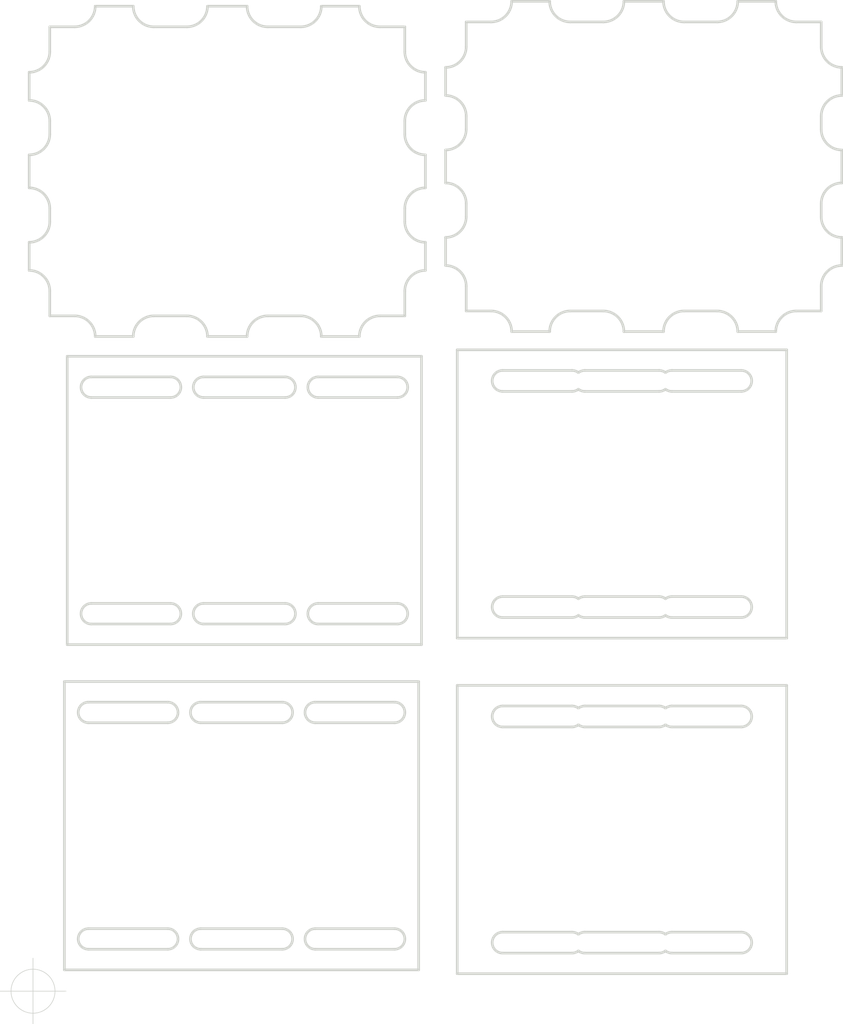
<source format=kicad_pcb>
(kicad_pcb (version 20171130) (host pcbnew "(5.1.2)-1")

  (general
    (thickness 1.6)
    (drawings 233)
    (tracks 0)
    (zones 0)
    (modules 0)
    (nets 1)
  )

  (page A4)
  (layers
    (0 F.Cu signal)
    (31 B.Cu signal)
    (32 B.Adhes user)
    (33 F.Adhes user)
    (34 B.Paste user)
    (35 F.Paste user)
    (36 B.SilkS user)
    (37 F.SilkS user)
    (38 B.Mask user)
    (39 F.Mask user)
    (40 Dwgs.User user)
    (41 Cmts.User user)
    (42 Eco1.User user)
    (43 Eco2.User user)
    (44 Edge.Cuts user)
    (45 Margin user)
    (46 B.CrtYd user)
    (47 F.CrtYd user)
    (48 B.Fab user)
    (49 F.Fab user)
  )

  (setup
    (last_trace_width 0.25)
    (trace_clearance 0.2)
    (zone_clearance 0.508)
    (zone_45_only no)
    (trace_min 0.2)
    (via_size 0.8)
    (via_drill 0.4)
    (via_min_size 0.4)
    (via_min_drill 0.3)
    (uvia_size 0.3)
    (uvia_drill 0.1)
    (uvias_allowed no)
    (uvia_min_size 0.2)
    (uvia_min_drill 0.1)
    (edge_width 0.05)
    (segment_width 0.2)
    (pcb_text_width 0.3)
    (pcb_text_size 1.5 1.5)
    (mod_edge_width 0.12)
    (mod_text_size 1 1)
    (mod_text_width 0.15)
    (pad_size 1.524 1.524)
    (pad_drill 0.762)
    (pad_to_mask_clearance 0.051)
    (solder_mask_min_width 0.25)
    (aux_axis_origin 0 0)
    (visible_elements 7FFFFFFF)
    (pcbplotparams
      (layerselection 0x01000_7ffffffe)
      (usegerberextensions false)
      (usegerberattributes false)
      (usegerberadvancedattributes false)
      (creategerberjobfile false)
      (excludeedgelayer true)
      (linewidth 0.100000)
      (plotframeref false)
      (viasonmask false)
      (mode 1)
      (useauxorigin false)
      (hpglpennumber 1)
      (hpglpenspeed 20)
      (hpglpendiameter 15.000000)
      (psnegative false)
      (psa4output false)
      (plotreference true)
      (plotvalue true)
      (plotinvisibletext false)
      (padsonsilk false)
      (subtractmaskfromsilk false)
      (outputformat 1)
      (mirror false)
      (drillshape 0)
      (scaleselection 1)
      (outputdirectory ""))
  )

  (net 0 "")

  (net_class Default "This is the default net class."
    (clearance 0.2)
    (trace_width 0.25)
    (via_dia 0.8)
    (via_drill 0.4)
    (uvia_dia 0.3)
    (uvia_drill 0.1)
  )

  (gr_line (start 50.58 124.26) (end 50.58 125.26) (layer Edge.Cuts) (width 0.2))
  (gr_arc (start 79.02 131.88) (end 77.46 131.88) (angle -90) (layer Edge.Cuts) (width 0.2))
  (gr_line (start 74.02 140.57) (end 71.14 140.57) (layer Edge.Cuts) (width 0.2))
  (gr_arc (start 58.46 140.57) (end 58.46 139.01) (angle -90) (layer Edge.Cuts) (width 0.2))
  (gr_arc (start 49.02 131.88) (end 49.02 133.44) (angle -90) (layer Edge.Cuts) (width 0.2))
  (gr_line (start 50.58 137.13) (end 50.58 139.01) (layer Edge.Cuts) (width 0.2))
  (gr_line (start 49.02 133.44) (end 49.02 135.57) (layer Edge.Cuts) (width 0.2))
  (gr_line (start 52.46 117.13) (end 50.58 117.13) (layer Edge.Cuts) (width 0.2))
  (gr_line (start 69.58 139.01) (end 67.08 139.01) (layer Edge.Cuts) (width 0.2))
  (gr_line (start 52.46 139.01) (end 50.58 139.01) (layer Edge.Cuts) (width 0.2))
  (gr_arc (start 49.02 125.26) (end 49.02 126.82) (angle -90) (layer Edge.Cuts) (width 0.2))
  (gr_line (start 65.52 140.57) (end 62.52 140.57) (layer Edge.Cuts) (width 0.2))
  (gr_arc (start 79.02 130.88) (end 79.02 129.32) (angle -90) (layer Edge.Cuts) (width 0.2))
  (gr_arc (start 75.58 140.57) (end 75.58 139.01) (angle -90) (layer Edge.Cuts) (width 0.2))
  (gr_line (start 75.58 139.01) (end 77.46 139.01) (layer Edge.Cuts) (width 0.2))
  (gr_arc (start 60.96 140.57) (end 62.52 140.57) (angle -90) (layer Edge.Cuts) (width 0.2))
  (gr_arc (start 67.08 115.57) (end 65.52 115.57) (angle -90) (layer Edge.Cuts) (width 0.2))
  (gr_line (start 69.58 117.13) (end 67.08 117.13) (layer Edge.Cuts) (width 0.2))
  (gr_arc (start 49.02 130.88) (end 50.58 130.88) (angle -90) (layer Edge.Cuts) (width 0.2))
  (gr_arc (start 69.58 115.57) (end 69.58 117.13) (angle -90) (layer Edge.Cuts) (width 0.2))
  (gr_line (start 79.02 133.44) (end 79.02 135.57) (layer Edge.Cuts) (width 0.2))
  (gr_arc (start 67.08 140.57) (end 67.08 139.01) (angle -90) (layer Edge.Cuts) (width 0.2))
  (gr_line (start 74.02 115.57) (end 71.14 115.57) (layer Edge.Cuts) (width 0.2))
  (gr_arc (start 69.58 140.57) (end 71.14 140.57) (angle -90) (layer Edge.Cuts) (width 0.2))
  (gr_arc (start 75.58 115.57) (end 74.02 115.57) (angle -90) (layer Edge.Cuts) (width 0.2))
  (gr_line (start 49.02 126.82) (end 49.02 129.32) (layer Edge.Cuts) (width 0.2))
  (gr_line (start 75.58 117.13) (end 77.46 117.13) (layer Edge.Cuts) (width 0.2))
  (gr_arc (start 79.02 137.13) (end 79.02 135.57) (angle -90) (layer Edge.Cuts) (width 0.2))
  (gr_line (start 77.46 119.01) (end 77.46 117.13) (layer Edge.Cuts) (width 0.2))
  (gr_arc (start 79.02 119.01) (end 77.46 119.01) (angle -90) (layer Edge.Cuts) (width 0.2))
  (gr_line (start 79.02 120.57) (end 79.02 122.7) (layer Edge.Cuts) (width 0.2))
  (gr_line (start 77.46 124.26) (end 77.46 125.26) (layer Edge.Cuts) (width 0.2))
  (gr_arc (start 79.02 124.26) (end 79.02 122.7) (angle -90) (layer Edge.Cuts) (width 0.2))
  (gr_arc (start 52.46 140.57) (end 54.02 140.57) (angle -90) (layer Edge.Cuts) (width 0.2))
  (gr_arc (start 79.02 125.26) (end 77.46 125.26) (angle -90) (layer Edge.Cuts) (width 0.2))
  (gr_line (start 79.02 126.82) (end 79.02 129.32) (layer Edge.Cuts) (width 0.2))
  (gr_line (start 77.46 131.88) (end 77.46 130.88) (layer Edge.Cuts) (width 0.2))
  (gr_line (start 58.46 139.01) (end 60.96 139.01) (layer Edge.Cuts) (width 0.2))
  (gr_arc (start 49.02 124.26) (end 50.58 124.26) (angle -90) (layer Edge.Cuts) (width 0.2))
  (gr_arc (start 49.02 137.13) (end 50.58 137.13) (angle -90) (layer Edge.Cuts) (width 0.2))
  (gr_line (start 50.58 131.88) (end 50.58 130.88) (layer Edge.Cuts) (width 0.2))
  (gr_line (start 56.9 140.57) (end 54.02 140.57) (layer Edge.Cuts) (width 0.2))
  (gr_arc (start 49.02 119.01) (end 49.02 120.57) (angle -90) (layer Edge.Cuts) (width 0.2))
  (gr_line (start 49.02 120.57) (end 49.02 122.7) (layer Edge.Cuts) (width 0.2))
  (gr_line (start 77.46 137.13) (end 77.46 139.01) (layer Edge.Cuts) (width 0.2))
  (gr_line (start 50.58 119.01) (end 50.58 117.13) (layer Edge.Cuts) (width 0.2))
  (gr_line (start 58.46 117.13) (end 60.96 117.13) (layer Edge.Cuts) (width 0.2))
  (gr_arc (start 52.46 115.57) (end 52.46 117.13) (angle -90) (layer Edge.Cuts) (width 0.2))
  (gr_line (start 56.9 115.57) (end 54.02 115.57) (layer Edge.Cuts) (width 0.2))
  (gr_arc (start 58.46 115.57) (end 56.9 115.57) (angle -90) (layer Edge.Cuts) (width 0.2))
  (gr_line (start 65.52 115.57) (end 62.52 115.57) (layer Edge.Cuts) (width 0.2))
  (gr_arc (start 60.96 115.57) (end 60.96 117.13) (angle -90) (layer Edge.Cuts) (width 0.2))
  (gr_arc (start 38.05 115.94) (end 38.05 117.5) (angle -90) (layer Edge.Cuts) (width 0.2))
  (gr_arc (start 35.55 115.94) (end 33.99 115.94) (angle -90) (layer Edge.Cuts) (width 0.2))
  (gr_line (start 33.99 115.94) (end 30.99 115.94) (layer Edge.Cuts) (width 0.2))
  (gr_arc (start 29.43 115.94) (end 29.43 117.5) (angle -90) (layer Edge.Cuts) (width 0.2))
  (gr_line (start 42.49 115.94) (end 39.61 115.94) (layer Edge.Cuts) (width 0.2))
  (gr_line (start 38.05 117.5) (end 35.55 117.5) (layer Edge.Cuts) (width 0.2))
  (gr_arc (start 47.49 131.25) (end 47.49 129.69) (angle -90) (layer Edge.Cuts) (width 0.2))
  (gr_line (start 45.93 132.25) (end 45.93 131.25) (layer Edge.Cuts) (width 0.2))
  (gr_arc (start 47.49 124.63) (end 47.49 123.07) (angle -90) (layer Edge.Cuts) (width 0.2))
  (gr_line (start 33.99 140.94) (end 30.99 140.94) (layer Edge.Cuts) (width 0.2))
  (gr_line (start 44.05 117.5) (end 45.93 117.5) (layer Edge.Cuts) (width 0.2))
  (gr_line (start 47.49 120.94) (end 47.49 123.07) (layer Edge.Cuts) (width 0.2))
  (gr_line (start 47.49 127.19) (end 47.49 129.69) (layer Edge.Cuts) (width 0.2))
  (gr_line (start 44.05 139.38) (end 45.93 139.38) (layer Edge.Cuts) (width 0.2))
  (gr_line (start 47.49 133.81) (end 47.49 135.94) (layer Edge.Cuts) (width 0.2))
  (gr_line (start 45.93 137.5) (end 45.93 139.38) (layer Edge.Cuts) (width 0.2))
  (gr_line (start 45.93 119.38) (end 45.93 117.5) (layer Edge.Cuts) (width 0.2))
  (gr_arc (start 47.49 119.38) (end 45.93 119.38) (angle -90) (layer Edge.Cuts) (width 0.2))
  (gr_arc (start 47.49 132.25) (end 45.93 132.25) (angle -90) (layer Edge.Cuts) (width 0.2))
  (gr_line (start 45.93 124.63) (end 45.93 125.63) (layer Edge.Cuts) (width 0.2))
  (gr_arc (start 47.49 137.5) (end 47.49 135.94) (angle -90) (layer Edge.Cuts) (width 0.2))
  (gr_line (start 42.49 140.94) (end 39.61 140.94) (layer Edge.Cuts) (width 0.2))
  (gr_arc (start 44.05 140.94) (end 44.05 139.38) (angle -90) (layer Edge.Cuts) (width 0.2))
  (gr_arc (start 38.05 140.94) (end 39.61 140.94) (angle -90) (layer Edge.Cuts) (width 0.2))
  (gr_arc (start 35.55 140.94) (end 35.55 139.38) (angle -90) (layer Edge.Cuts) (width 0.2))
  (gr_arc (start 29.43 140.94) (end 30.99 140.94) (angle -90) (layer Edge.Cuts) (width 0.2))
  (gr_arc (start 47.49 125.63) (end 45.93 125.63) (angle -90) (layer Edge.Cuts) (width 0.2))
  (gr_line (start 38.05 139.38) (end 35.55 139.38) (layer Edge.Cuts) (width 0.2))
  (gr_arc (start 44.05 115.94) (end 42.49 115.94) (angle -90) (layer Edge.Cuts) (width 0.2))
  (gr_line (start 25.37 140.94) (end 22.49 140.94) (layer Edge.Cuts) (width 0.2))
  (gr_line (start 20.93 139.38) (end 19.05 139.38) (layer Edge.Cuts) (width 0.2))
  (gr_line (start 19.05 137.5) (end 19.05 139.38) (layer Edge.Cuts) (width 0.2))
  (gr_arc (start 17.49 131.25) (end 19.05 131.25) (angle -90) (layer Edge.Cuts) (width 0.2))
  (gr_line (start 17.49 133.81) (end 17.49 135.94) (layer Edge.Cuts) (width 0.2))
  (gr_line (start 20.93 117.5) (end 19.05 117.5) (layer Edge.Cuts) (width 0.2))
  (gr_arc (start 17.49 119.38) (end 17.49 120.94) (angle -90) (layer Edge.Cuts) (width 0.2))
  (gr_line (start 19.05 132.25) (end 19.05 131.25) (layer Edge.Cuts) (width 0.2))
  (gr_line (start 26.93 117.5) (end 29.43 117.5) (layer Edge.Cuts) (width 0.2))
  (gr_arc (start 26.93 115.94) (end 25.37 115.94) (angle -90) (layer Edge.Cuts) (width 0.2))
  (gr_line (start 17.49 127.19) (end 17.49 129.69) (layer Edge.Cuts) (width 0.2))
  (gr_line (start 25.37 115.94) (end 22.49 115.94) (layer Edge.Cuts) (width 0.2))
  (gr_arc (start 17.49 137.5) (end 19.05 137.5) (angle -90) (layer Edge.Cuts) (width 0.2))
  (gr_arc (start 20.93 115.94) (end 20.93 117.5) (angle -90) (layer Edge.Cuts) (width 0.2))
  (gr_line (start 17.49 120.94) (end 17.49 123.07) (layer Edge.Cuts) (width 0.2))
  (gr_line (start 26.93 139.38) (end 29.43 139.38) (layer Edge.Cuts) (width 0.2))
  (gr_line (start 19.05 124.63) (end 19.05 125.63) (layer Edge.Cuts) (width 0.2))
  (gr_arc (start 26.93 140.94) (end 26.93 139.38) (angle -90) (layer Edge.Cuts) (width 0.2))
  (gr_arc (start 17.49 125.63) (end 17.49 127.19) (angle -90) (layer Edge.Cuts) (width 0.2))
  (gr_arc (start 20.93 140.94) (end 22.49 140.94) (angle -90) (layer Edge.Cuts) (width 0.2))
  (gr_arc (start 17.49 132.25) (end 17.49 133.81) (angle -90) (layer Edge.Cuts) (width 0.2))
  (gr_arc (start 17.49 124.63) (end 19.05 124.63) (angle -90) (layer Edge.Cuts) (width 0.2))
  (gr_line (start 19.05 119.38) (end 19.05 117.5) (layer Edge.Cuts) (width 0.2))
  (gr_line (start 74.845 141.95) (end 49.9 141.95) (layer Edge.Cuts) (width 0.2) (tstamp 5CD779B6))
  (gr_arc (start 66.155 144.30375) (end 65.66875 144.931125) (angle -37.7776241) (layer Edge.Cuts) (width 0.2) (tstamp 5CD779B5))
  (gr_arc (start 58.59 161.42125) (end 59.07625 160.793875) (angle -37.7776241) (layer Edge.Cuts) (width 0.2) (tstamp 5CD779B4))
  (gr_line (start 71.405 162.214999) (end 66.155 162.214999) (layer Edge.Cuts) (width 0.2) (tstamp 5CD779B3))
  (gr_line (start 71.405 145.0975) (end 66.155 145.0975) (layer Edge.Cuts) (width 0.2) (tstamp 5CD779B2))
  (gr_arc (start 71.405 144.30375) (end 71.405 145.0975) (angle -180) (layer Edge.Cuts) (width 0.2) (tstamp 5CD779B1))
  (gr_arc (start 71.405 161.42125) (end 71.405 162.214999) (angle -180) (layer Edge.Cuts) (width 0.2) (tstamp 5CD779B0))
  (gr_arc (start 65.1825 161.42125) (end 65.1825 162.214999) (angle -37.7776241) (layer Edge.Cuts) (width 0.2) (tstamp 5CD779AF))
  (gr_line (start 74.845 163.774999) (end 49.9 163.774999) (layer Edge.Cuts) (width 0.2) (tstamp 5CD779AE))
  (gr_arc (start 58.59 161.42125) (end 58.59 162.214999) (angle -37.7776241) (layer Edge.Cuts) (width 0.2) (tstamp 5CD779AD))
  (gr_line (start 65.1825 162.214999) (end 59.5625 162.214999) (layer Edge.Cuts) (width 0.2) (tstamp 5CD779AC))
  (gr_line (start 53.34 160.6275) (end 58.59 160.6275) (layer Edge.Cuts) (width 0.2) (tstamp 5CD779AB))
  (gr_line (start 49.9 141.95) (end 49.9 163.774999) (layer Edge.Cuts) (width 0.2) (tstamp 5CD779AA))
  (gr_line (start 74.845 141.95) (end 74.845 163.774999) (layer Edge.Cuts) (width 0.2) (tstamp 5CD779A9))
  (gr_line (start 53.34 162.214999) (end 58.59 162.214999) (layer Edge.Cuts) (width 0.2) (tstamp 5CD779A8))
  (gr_arc (start 59.5625 161.42125) (end 59.5625 160.6275) (angle -37.7776241) (layer Edge.Cuts) (width 0.2) (tstamp 5CD779A7))
  (gr_arc (start 59.5625 161.42125) (end 59.07625 162.048625) (angle -37.7776241) (layer Edge.Cuts) (width 0.2) (tstamp 5CD779A6))
  (gr_line (start 71.405 160.6275) (end 66.155 160.6275) (layer Edge.Cuts) (width 0.2) (tstamp 5CD779A5))
  (gr_arc (start 53.34 161.42125) (end 53.34 160.6275) (angle -180) (layer Edge.Cuts) (width 0.2) (tstamp 5CD779A4))
  (gr_arc (start 59.5625 144.30375) (end 59.07625 144.931125) (angle -37.7776241) (layer Edge.Cuts) (width 0.2) (tstamp 5CD779A3))
  (gr_line (start 59.5625 145.0975) (end 65.1825 145.0975) (layer Edge.Cuts) (width 0.2) (tstamp 5CD779A2))
  (gr_arc (start 65.1825 144.30375) (end 65.1825 145.0975) (angle -37.7776241) (layer Edge.Cuts) (width 0.2) (tstamp 5CD779A1))
  (gr_arc (start 66.155 161.42125) (end 65.66875 162.048625) (angle -37.7776241) (layer Edge.Cuts) (width 0.2) (tstamp 5CD779A0))
  (gr_arc (start 66.155 161.42125) (end 66.155 160.6275) (angle -37.7776241) (layer Edge.Cuts) (width 0.2) (tstamp 5CD7799F))
  (gr_arc (start 65.1825 161.42125) (end 65.66875 160.793875) (angle -37.7776241) (layer Edge.Cuts) (width 0.2) (tstamp 5CD7799E))
  (gr_line (start 65.1825 160.6275) (end 59.5625 160.6275) (layer Edge.Cuts) (width 0.2) (tstamp 5CD7799D))
  (gr_arc (start 65.1825 144.30375) (end 65.66875 143.676375) (angle -37.7776241) (layer Edge.Cuts) (width 0.2) (tstamp 5CD7799C))
  (gr_arc (start 58.59 144.30375) (end 59.07625 143.676375) (angle -37.7776241) (layer Edge.Cuts) (width 0.2) (tstamp 5CD7799B))
  (gr_arc (start 58.59 144.30375) (end 58.59 145.0975) (angle -37.7776241) (layer Edge.Cuts) (width 0.2) (tstamp 5CD7799A))
  (gr_arc (start 53.34 144.30375) (end 53.34 143.51) (angle -180) (layer Edge.Cuts) (width 0.2) (tstamp 5CD77999))
  (gr_arc (start 59.5625 144.30375) (end 59.5625 143.51) (angle -37.7776241) (layer Edge.Cuts) (width 0.2) (tstamp 5CD77998))
  (gr_line (start 71.405 143.51) (end 66.155 143.51) (layer Edge.Cuts) (width 0.2) (tstamp 5CD77997))
  (gr_arc (start 66.155 144.30375) (end 66.155 143.51) (angle -37.7776241) (layer Edge.Cuts) (width 0.2) (tstamp 5CD77996))
  (gr_line (start 59.5625 143.51) (end 65.1825 143.51) (layer Edge.Cuts) (width 0.2) (tstamp 5CD77995))
  (gr_line (start 53.34 145.0975) (end 58.59 145.0975) (layer Edge.Cuts) (width 0.2) (tstamp 5CD77994))
  (gr_line (start 53.34 143.51) (end 58.59 143.51) (layer Edge.Cuts) (width 0.2) (tstamp 5CD77993))
  (gr_line (start 74.845 167.35) (end 49.9 167.35) (layer Edge.Cuts) (width 0.2))
  (gr_arc (start 66.155 169.70375) (end 65.66875 170.331125) (angle -37.7776241) (layer Edge.Cuts) (width 0.2))
  (gr_arc (start 58.59 186.82125) (end 59.07625 186.193875) (angle -37.7776241) (layer Edge.Cuts) (width 0.2))
  (gr_line (start 71.405 187.614999) (end 66.155 187.614999) (layer Edge.Cuts) (width 0.2))
  (gr_line (start 71.405 170.4975) (end 66.155 170.4975) (layer Edge.Cuts) (width 0.2))
  (gr_arc (start 71.405 169.70375) (end 71.405 170.4975) (angle -180) (layer Edge.Cuts) (width 0.2))
  (gr_arc (start 71.405 186.82125) (end 71.405 187.614999) (angle -180) (layer Edge.Cuts) (width 0.2))
  (gr_arc (start 65.1825 186.82125) (end 65.1825 187.614999) (angle -37.7776241) (layer Edge.Cuts) (width 0.2))
  (gr_line (start 74.845 189.174999) (end 49.9 189.174999) (layer Edge.Cuts) (width 0.2))
  (gr_arc (start 58.59 186.82125) (end 58.59 187.614999) (angle -37.7776241) (layer Edge.Cuts) (width 0.2))
  (gr_line (start 65.1825 187.614999) (end 59.5625 187.614999) (layer Edge.Cuts) (width 0.2))
  (gr_line (start 53.34 186.0275) (end 58.59 186.0275) (layer Edge.Cuts) (width 0.2))
  (gr_line (start 49.9 167.35) (end 49.9 189.174999) (layer Edge.Cuts) (width 0.2))
  (gr_line (start 74.845 167.35) (end 74.845 189.174999) (layer Edge.Cuts) (width 0.2))
  (gr_line (start 53.34 187.614999) (end 58.59 187.614999) (layer Edge.Cuts) (width 0.2))
  (gr_arc (start 59.5625 186.82125) (end 59.5625 186.0275) (angle -37.7776241) (layer Edge.Cuts) (width 0.2))
  (gr_arc (start 59.5625 186.82125) (end 59.07625 187.448625) (angle -37.7776241) (layer Edge.Cuts) (width 0.2))
  (gr_line (start 71.405 186.0275) (end 66.155 186.0275) (layer Edge.Cuts) (width 0.2))
  (gr_arc (start 53.34 186.82125) (end 53.34 186.0275) (angle -180) (layer Edge.Cuts) (width 0.2))
  (gr_arc (start 59.5625 169.70375) (end 59.07625 170.331125) (angle -37.7776241) (layer Edge.Cuts) (width 0.2))
  (gr_line (start 59.5625 170.4975) (end 65.1825 170.4975) (layer Edge.Cuts) (width 0.2))
  (gr_arc (start 65.1825 169.70375) (end 65.1825 170.4975) (angle -37.7776241) (layer Edge.Cuts) (width 0.2))
  (gr_arc (start 66.155 186.82125) (end 65.66875 187.448625) (angle -37.7776241) (layer Edge.Cuts) (width 0.2))
  (gr_arc (start 66.155 186.82125) (end 66.155 186.0275) (angle -37.7776241) (layer Edge.Cuts) (width 0.2))
  (gr_arc (start 65.1825 186.82125) (end 65.66875 186.193875) (angle -37.7776241) (layer Edge.Cuts) (width 0.2))
  (gr_line (start 65.1825 186.0275) (end 59.5625 186.0275) (layer Edge.Cuts) (width 0.2))
  (gr_arc (start 65.1825 169.70375) (end 65.66875 169.076375) (angle -37.7776241) (layer Edge.Cuts) (width 0.2))
  (gr_arc (start 58.59 169.70375) (end 59.07625 169.076375) (angle -37.7776241) (layer Edge.Cuts) (width 0.2))
  (gr_arc (start 58.59 169.70375) (end 58.59 170.4975) (angle -37.7776241) (layer Edge.Cuts) (width 0.2))
  (gr_arc (start 53.34 169.70375) (end 53.34 168.91) (angle -180) (layer Edge.Cuts) (width 0.2))
  (gr_arc (start 59.5625 169.70375) (end 59.5625 168.91) (angle -37.7776241) (layer Edge.Cuts) (width 0.2))
  (gr_line (start 71.405 168.91) (end 66.155 168.91) (layer Edge.Cuts) (width 0.2))
  (gr_arc (start 66.155 169.70375) (end 66.155 168.91) (angle -37.7776241) (layer Edge.Cuts) (width 0.2))
  (gr_line (start 59.5625 168.91) (end 65.1825 168.91) (layer Edge.Cuts) (width 0.2))
  (gr_line (start 53.34 170.4975) (end 58.59 170.4975) (layer Edge.Cuts) (width 0.2))
  (gr_line (start 53.34 168.91) (end 58.59 168.91) (layer Edge.Cuts) (width 0.2))
  (gr_line (start 30.695 162.704999) (end 36.87 162.704999) (layer Edge.Cuts) (width 0.2))
  (gr_line (start 22.195 161.144999) (end 28.195 161.144999) (layer Edge.Cuts) (width 0.2))
  (gr_arc (start 36.87 144.78) (end 36.87 145.56) (angle -180) (layer Edge.Cuts) (width 0.2))
  (gr_arc (start 45.37 161.924999) (end 45.37 162.704999) (angle -180) (layer Edge.Cuts) (width 0.2))
  (gr_line (start 39.37 161.144999) (end 45.37 161.144999) (layer Edge.Cuts) (width 0.2))
  (gr_line (start 30.695 161.144999) (end 36.87 161.144999) (layer Edge.Cuts) (width 0.2))
  (gr_arc (start 30.695 144.78) (end 30.695 144) (angle -180) (layer Edge.Cuts) (width 0.2))
  (gr_arc (start 22.195 161.924999) (end 22.195 161.144999) (angle -180) (layer Edge.Cuts) (width 0.2))
  (gr_arc (start 36.87 161.924999) (end 36.87 162.705) (angle -180) (layer Edge.Cuts) (width 0.2))
  (gr_line (start 39.37 162.704999) (end 45.37 162.704999) (layer Edge.Cuts) (width 0.2))
  (gr_line (start 30.695 145.56) (end 36.87 145.56) (layer Edge.Cuts) (width 0.2))
  (gr_arc (start 30.695 161.924999) (end 30.695 161.144999) (angle -180) (layer Edge.Cuts) (width 0.2))
  (gr_line (start 30.695 144) (end 36.87 144) (layer Edge.Cuts) (width 0.2))
  (gr_line (start 47.195 164.264999) (end 20.37 164.264999) (layer Edge.Cuts) (width 0.2))
  (gr_line (start 20.37 142.44) (end 20.37 164.264999) (layer Edge.Cuts) (width 0.2))
  (gr_line (start 47.195 142.439999) (end 47.195 164.264999) (layer Edge.Cuts) (width 0.2))
  (gr_line (start 47.195 142.439999) (end 20.37 142.44) (layer Edge.Cuts) (width 0.2))
  (gr_arc (start 28.195 161.924999) (end 28.195 162.704999) (angle -180) (layer Edge.Cuts) (width 0.2))
  (gr_line (start 28.195 162.704999) (end 22.195 162.704999) (layer Edge.Cuts) (width 0.2))
  (gr_arc (start 39.37 161.924999) (end 39.37 161.144999) (angle -180) (layer Edge.Cuts) (width 0.2))
  (gr_line (start 39.37 145.56) (end 45.37 145.56) (layer Edge.Cuts) (width 0.2))
  (gr_line (start 28.195 144) (end 22.195 144) (layer Edge.Cuts) (width 0.2))
  (gr_line (start 22.195 145.56) (end 28.195 145.56) (layer Edge.Cuts) (width 0.2))
  (gr_arc (start 45.37 144.78) (end 45.37 145.56) (angle -180) (layer Edge.Cuts) (width 0.2))
  (gr_arc (start 28.195 144.78) (end 28.195 145.56) (angle -180) (layer Edge.Cuts) (width 0.2))
  (gr_line (start 39.37 144) (end 45.37 144) (layer Edge.Cuts) (width 0.2))
  (gr_arc (start 22.195 144.78) (end 22.195 144) (angle -180) (layer Edge.Cuts) (width 0.2))
  (gr_arc (start 39.37 144.78) (end 39.37 144) (angle -180) (layer Edge.Cuts) (width 0.2))
  (target plus (at 17.78 190.5) (size 5) (width 0.05) (layer Edge.Cuts))
  (gr_line (start 20.155 167.06) (end 20.155 188.884999) (layer Edge.Cuts) (width 0.2))
  (gr_arc (start 45.155 186.544999) (end 45.155 187.324999) (angle -180) (layer Edge.Cuts) (width 0.2))
  (gr_line (start 21.98 185.764999) (end 27.98 185.764999) (layer Edge.Cuts) (width 0.2))
  (gr_line (start 46.98 167.059999) (end 20.155 167.06) (layer Edge.Cuts) (width 0.2))
  (gr_line (start 39.155 185.764999) (end 45.155 185.764999) (layer Edge.Cuts) (width 0.2))
  (gr_line (start 46.98 188.884999) (end 20.155 188.884999) (layer Edge.Cuts) (width 0.2))
  (gr_arc (start 39.155 186.544999) (end 39.155 185.764999) (angle -180) (layer Edge.Cuts) (width 0.2))
  (gr_arc (start 21.98 186.544999) (end 21.98 185.764999) (angle -180) (layer Edge.Cuts) (width 0.2))
  (gr_arc (start 27.98 186.544999) (end 27.98 187.324999) (angle -180) (layer Edge.Cuts) (width 0.2))
  (gr_line (start 30.48 187.324999) (end 36.655 187.324999) (layer Edge.Cuts) (width 0.2))
  (gr_line (start 46.98 167.059999) (end 46.98 188.884999) (layer Edge.Cuts) (width 0.2))
  (gr_line (start 27.98 187.324999) (end 21.98 187.324999) (layer Edge.Cuts) (width 0.2))
  (gr_arc (start 36.655 186.544999) (end 36.655 187.325) (angle -180) (layer Edge.Cuts) (width 0.2))
  (gr_line (start 39.155 187.324999) (end 45.155 187.324999) (layer Edge.Cuts) (width 0.2))
  (gr_line (start 30.48 185.764999) (end 36.655 185.764999) (layer Edge.Cuts) (width 0.2))
  (gr_arc (start 45.155 169.4) (end 45.155 170.18) (angle -180) (layer Edge.Cuts) (width 0.2))
  (gr_line (start 39.155 170.18) (end 45.155 170.18) (layer Edge.Cuts) (width 0.2))
  (gr_arc (start 39.155 169.4) (end 39.155 168.62) (angle -180) (layer Edge.Cuts) (width 0.2))
  (gr_line (start 39.155 168.62) (end 45.155 168.62) (layer Edge.Cuts) (width 0.2))
  (gr_line (start 21.98 170.18) (end 27.98 170.18) (layer Edge.Cuts) (width 0.2))
  (gr_arc (start 36.655 169.4) (end 36.655 170.18) (angle -180) (layer Edge.Cuts) (width 0.2))
  (gr_arc (start 30.48 169.4) (end 30.48 168.62) (angle -180) (layer Edge.Cuts) (width 0.2))
  (gr_arc (start 27.98 169.4) (end 27.98 170.18) (angle -180) (layer Edge.Cuts) (width 0.2))
  (gr_line (start 27.98 168.62) (end 21.98 168.62) (layer Edge.Cuts) (width 0.2))
  (gr_arc (start 21.98 169.4) (end 21.98 168.62) (angle -180) (layer Edge.Cuts) (width 0.2))
  (gr_line (start 30.48 168.62) (end 36.655 168.62) (layer Edge.Cuts) (width 0.2))
  (gr_arc (start 30.48 186.544999) (end 30.48 185.764999) (angle -180) (layer Edge.Cuts) (width 0.2))
  (gr_line (start 30.48 170.18) (end 36.655 170.18) (layer Edge.Cuts) (width 0.2))

)

</source>
